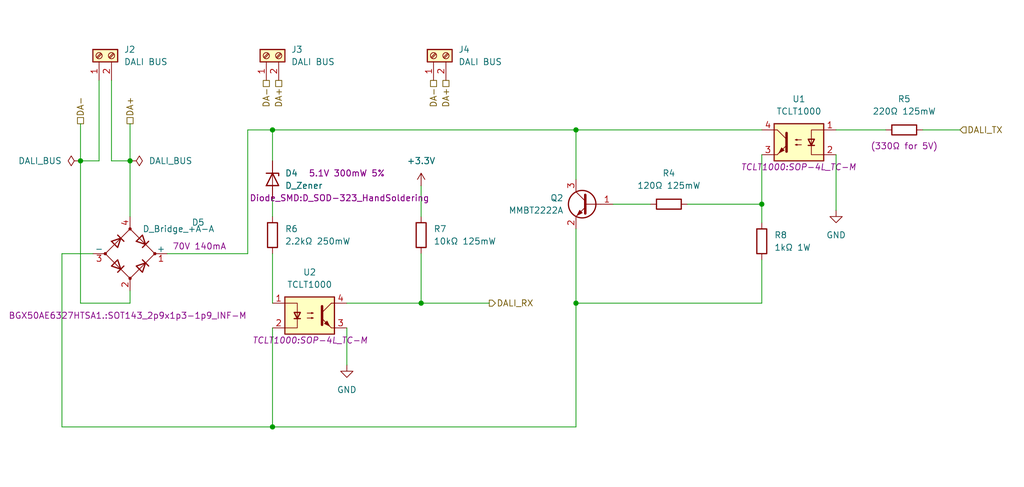
<source format=kicad_sch>
(kicad_sch (version 20250114) (generator "eeschema") (generator_version "9.0")
  (paper "User" 210 100)
  (lib_symbols
    (symbol "Connector:Screw_Terminal_01x02" (pin_names (offset 1.016) (hide yes))
      (property "Reference" "J" (at 0 2.54 0))
      (property "Value" "Screw_Terminal_01x02" (at 0 -5.08 0))
      (symbol "Screw_Terminal_01x02_1_1"
        (rectangle (start -1.27 1.27) (end 1.27 -3.81) (stroke (width 0.254)) (fill (type background)))
        (polyline (pts (xy -0.5334 0.3302) (xy 0.3302 -0.508)) (stroke (width 0.1524)))
        (polyline (pts (xy -0.5334 -2.2098) (xy 0.3302 -3.048)) (stroke (width 0.1524)))
        (polyline (pts (xy -0.3556 0.508) (xy 0.508 -0.3302)) (stroke (width 0.1524)))
        (polyline (pts (xy -0.3556 -2.032) (xy 0.508 -2.8702)) (stroke (width 0.1524)))
        (circle (center 0 0) (radius 0.635) (stroke (width 0.1524)))
        (circle (center 0 -2.54) (radius 0.635) (stroke (width 0.1524)))
        (pin passive line (at -5.08 0 0) (length 3.81) (name "Pin_1") (number "1"))
        (pin passive line (at -5.08 -2.54 0) (length 3.81) (name "Pin_2") (number "2"))
      )
    )
    (symbol "Device:D_Bridge_+A-A" (pin_names (offset 0))
      (property "Reference" "D" (at 2.54 6.985 0))
      (property "Value" "D_Bridge_+A-A" (at 2.54 5.08 0))
      (symbol "D_Bridge_+A-A_0_1"
        (circle (center -5.08 0) (radius 0.254) (fill (type outline)))
        (polyline (pts (xy -5.08 0) (xy 0 -5.08) (xy 5.08 0) (xy 0 5.08) (xy -5.08 0)))
        (polyline (pts (xy -3.81 2.54) (xy -2.54 1.27) (xy -1.905 3.175) (xy -3.81 2.54)) (stroke (width 0.254)))
        (polyline (pts (xy -2.54 3.81) (xy -1.27 2.54)) (stroke (width 0.254)))
        (polyline (pts (xy -2.54 -1.27) (xy -3.81 -2.54) (xy -1.905 -3.175) (xy -2.54 -1.27)) (stroke (width 0.254)))
        (polyline (pts (xy -1.27 -2.54) (xy -2.54 -3.81)) (stroke (width 0.254)))
        (circle (center 0 5.08) (radius 0.254) (fill (type outline)))
        (circle (center 0 -5.08) (radius 0.254) (fill (type outline)))
        (polyline (pts (xy 1.27 2.54) (xy 2.54 3.81) (xy 3.175 1.905) (xy 1.27 2.54)) (stroke (width 0.254)))
        (polyline (pts (xy 2.54 1.27) (xy 3.81 2.54)) (stroke (width 0.254)))
        (polyline (pts (xy 2.54 -1.27) (xy 3.81 -2.54)) (stroke (width 0.254)))
        (polyline (pts (xy 3.175 -1.905) (xy 1.27 -2.54) (xy 2.54 -3.81) (xy 3.175 -1.905)) (stroke (width 0.254)))
        (circle (center 5.08 0) (radius 0.254) (fill (type outline)))
      )
      (symbol "D_Bridge_+A-A_1_1"
        (pin passive line (at -7.62 0 0) (length 2.54) (name "-") (number "3"))
        (pin passive line (at 0 7.62 270) (length 2.54) (name "~") (number "4"))
        (pin passive line (at 0 -7.62 90) (length 2.54) (name "~") (number "2"))
        (pin passive line (at 7.62 0 180) (length 2.54) (name "+") (number "1"))
      )
    )
    (symbol "Device:D_Zener" (pin_numbers (hide yes)) (pin_names (offset 1.016) (hide yes))
      (property "Reference" "D" (at 0 2.54 0))
      (property "Value" "D_Zener" (at 0 -2.54 0))
      (symbol "D_Zener_0_1"
        (polyline (pts (xy -1.27 -1.27) (xy -1.27 1.27) (xy -0.762 1.27)) (stroke (width 0.254)))
        (polyline (pts (xy 1.27 0) (xy -1.27 0)))
        (polyline (pts (xy 1.27 -1.27) (xy 1.27 1.27) (xy -1.27 0) (xy 1.27 -1.27)) (stroke (width 0.254)))
      )
      (symbol "D_Zener_1_1"
        (pin passive line (at -3.81 0 0) (length 2.54) (name "K") (number "1"))
        (pin passive line (at 3.81 0 180) (length 2.54) (name "A") (number "2"))
      )
    )
    (symbol "Device:R" (pin_numbers (hide yes)) (pin_names (offset 0))
      (property "Reference" "R" (at 2.032 0 90))
      (property "Value" "R" (at 0 0 90))
      (symbol "R_0_1"
        (rectangle (start -1.016 -2.54) (end 1.016 2.54) (stroke (width 0.254)))
      )
      (symbol "R_1_1"
        (pin passive line (at 0 3.81 270) (length 1.27) (name "~") (number "1"))
        (pin passive line (at 0 -3.81 90) (length 1.27) (name "~") (number "2"))
      )
    )
    (symbol "Isolator:FODM217D"
      (property "Reference" "U" (at -5.08 5.08 0))
      (property "Value" "FODM217D" (at 0 5.08 0))
      (symbol "FODM217D_0_1"
        (rectangle (start -5.08 3.81) (end 5.08 -3.81) (stroke (width 0.254)) (fill (type background)))
        (polyline (pts (xy -5.08 2.54) (xy -2.54 2.54) (xy -2.54 -0.635)))
        (polyline (pts (xy -3.175 -0.635) (xy -1.905 -0.635)) (stroke (width 0.254)))
        (polyline (pts (xy -2.54 -0.635) (xy -2.54 -2.54) (xy -5.08 -2.54)))
        (polyline (pts (xy -2.54 -0.635) (xy -3.175 0.635) (xy -1.905 0.635) (xy -2.54 -0.635)) (stroke (width 0.254)))
        (polyline (pts (xy -0.508 0.508) (xy 0.762 0.508) (xy 0.381 0.381) (xy 0.381 0.635) (xy 0.762 0.508)))
        (polyline (pts (xy -0.508 -0.508) (xy 0.762 -0.508) (xy 0.381 -0.635) (xy 0.381 -0.381) (xy 0.762 -0.508)))
        (polyline (pts (xy 2.54 1.905) (xy 2.54 -1.905) (xy 2.54 -1.905)) (stroke (width 0.508)))
        (polyline (pts (xy 2.54 0.635) (xy 4.445 2.54)))
        (polyline (pts (xy 3.048 -1.651) (xy 3.556 -1.143) (xy 4.064 -2.159) (xy 3.048 -1.651) (xy 3.048 -1.651)) (fill (type outline)))
        (polyline (pts (xy 4.445 2.54) (xy 5.08 2.54)))
        (polyline (pts (xy 4.445 -2.54) (xy 2.54 -0.635)) (fill (type outline)))
        (polyline (pts (xy 4.445 -2.54) (xy 5.08 -2.54)))
      )
      (symbol "FODM217D_1_1"
        (pin passive line (at -7.62 2.54 0) (length 2.54) (name "~") (number "1"))
        (pin passive line (at -7.62 -2.54 0) (length 2.54) (name "~") (number "2"))
        (pin passive line (at 7.62 2.54 180) (length 2.54) (name "~") (number "4"))
        (pin passive line (at 7.62 -2.54 180) (length 2.54) (name "~") (number "3"))
      )
    )
    (symbol "Transistor_BJT:MMBT2222A" (pin_names (offset 0) (hide yes))
      (property "Reference" "Q" (at 5.08 1.905 0))
      (property "Value" "MMBT2222A" (at 5.08 0 0))
      (symbol "MMBT2222A_0_1"
        (polyline (pts (xy -2.54 0) (xy 0.635 0)))
        (polyline (pts (xy 0.635 1.905) (xy 0.635 -1.905)) (stroke (width 0.508)))
        (circle (center 1.27 0) (radius 2.8194) (stroke (width 0.254)))
      )
      (symbol "MMBT2222A_1_1"
        (polyline (pts (xy 0.635 0.635) (xy 2.54 2.54)))
        (polyline (pts (xy 0.635 -0.635) (xy 2.54 -2.54)))
        (polyline (pts (xy 1.27 -1.778) (xy 1.778 -1.27) (xy 2.286 -2.286) (xy 1.27 -1.778)) (fill (type outline)))
        (pin input line (at -5.08 0 0) (length 2.54) (name "B") (number "1"))
        (pin passive line (at 2.54 5.08 270) (length 2.54) (name "C") (number "3"))
        (pin passive line (at 2.54 -5.08 90) (length 2.54) (name "E") (number "2"))
      )
    )
    (symbol "power:+5V" (power) (pin_numbers (hide yes)) (pin_names (offset 0) (hide yes))
      (property "Value" "+5V" (at 0 3.556 0))
      (symbol "+5V_0_1"
        (polyline (pts (xy -0.762 1.27) (xy 0 2.54)))
        (polyline (pts (xy 0 2.54) (xy 0.762 1.27)))
        (polyline (pts (xy 0 0) (xy 0 2.54)))
      )
      (symbol "+5V_1_1"
        (pin power_in line (at 0 0 90) (length 0) (name "~") (number "1"))
      )
    )
    (symbol "power:GND" (power) (pin_numbers (hide yes)) (pin_names (offset 0) (hide yes))
      (property "Value" "GND" (at 0 -3.81 0))
      (symbol "GND_0_1"
        (polyline (pts (xy 0 0) (xy 0 -1.27) (xy 1.27 -1.27) (xy 0 -2.54) (xy -1.27 -1.27) (xy 0 -1.27)))
      )
      (symbol "GND_1_1"
        (pin power_in line (at 0 0 270) (length 0) (name "~") (number "1"))
      )
    )
    (symbol "power:PWR_FLAG" (power) (pin_numbers (hide yes)) (pin_names (offset 0) (hide yes))
      (property "Value" "PWR_FLAG" (at 0 3.81 0))
      (symbol "PWR_FLAG_0_0"
        (pin power_out line (at 0 0 90) (length 0) (name "~") (number "1"))
      )
      (symbol "PWR_FLAG_0_1"
        (polyline (pts (xy 0 0) (xy 0 1.27) (xy -1.016 1.905) (xy 0 2.54) (xy 1.016 1.905) (xy 0 1.27)))
      )
    )
  )
  (junction (at 86.36 62.23))
  (junction (at 55.88 87.63))
  (junction (at 118.11 26.67))
  (junction (at 16.51 33.02))
  (junction (at 118.11 62.23))
  (junction (at 156.21 41.91))
  (junction (at 55.88 26.67))
  (junction (at 26.67 33.02))
  (wire (pts (xy 22.86 33.02) (xy 26.67 33.02)))
  (wire (pts (xy 55.88 26.67) (xy 118.11 26.67)))
  (wire (pts (xy 34.29 52.07) (xy 50.8 52.07)))
  (wire (pts (xy 26.67 59.69) (xy 26.67 62.23)))
  (wire (pts (xy 156.21 31.75) (xy 156.21 41.91)))
  (wire (pts (xy 50.8 52.07) (xy 50.8 26.67)))
  (wire (pts (xy 12.7 52.07) (xy 19.05 52.07)))
  (wire (pts (xy 71.12 62.23) (xy 86.36 62.23)))
  (wire (pts (xy 16.51 25.4) (xy 16.51 33.02)))
  (wire (pts (xy 156.21 53.34) (xy 156.21 62.23)))
  (wire (pts (xy 156.21 41.91) (xy 156.21 45.72)))
  (wire (pts (xy 125.73 41.91) (xy 133.35 41.91)))
  (wire (pts (xy 16.51 33.02) (xy 16.51 62.23)))
  (wire (pts (xy 171.45 26.67) (xy 181.61 26.67)))
  (wire (pts (xy 16.51 33.02) (xy 20.32 33.02)))
  (wire (pts (xy 55.88 26.67) (xy 55.88 33.02)))
  (wire (pts (xy 55.88 52.07) (xy 55.88 62.23)))
  (wire (pts (xy 156.21 26.67) (xy 118.11 26.67)))
  (wire (pts (xy 26.67 25.4) (xy 26.67 33.02)))
  (wire (pts (xy 55.88 87.63) (xy 118.11 87.63)))
  (wire (pts (xy 20.32 16.51) (xy 20.32 33.02)))
  (wire (pts (xy 118.11 62.23) (xy 118.11 87.63)))
  (wire (pts (xy 140.97 41.91) (xy 156.21 41.91)))
  (wire (pts (xy 12.7 87.63) (xy 55.88 87.63)))
  (wire (pts (xy 118.11 62.23) (xy 156.21 62.23)))
  (wire (pts (xy 26.67 33.02) (xy 26.67 44.45)))
  (wire (pts (xy 118.11 26.67) (xy 118.11 36.83)))
  (wire (pts (xy 118.11 46.99) (xy 118.11 62.23)))
  (wire (pts (xy 55.88 40.64) (xy 55.88 44.45)))
  (wire (pts (xy 86.36 62.23) (xy 100.33 62.23)))
  (wire (pts (xy 16.51 62.23) (xy 26.67 62.23)))
  (wire (pts (xy 86.36 38.1) (xy 86.36 44.45)))
  (wire (pts (xy 189.23 26.67) (xy 196.85 26.67)))
  (wire (pts (xy 171.45 31.75) (xy 171.45 43.18)))
  (wire (pts (xy 22.86 16.51) (xy 22.86 33.02)))
  (wire (pts (xy 71.12 67.31) (xy 71.12 74.93)))
  (wire (pts (xy 50.8 26.67) (xy 55.88 26.67)))
  (wire (pts (xy 55.88 67.31) (xy 55.88 87.63)))
  (wire (pts (xy 86.36 52.07) (xy 86.36 62.23)))
  (wire (pts (xy 12.7 52.07) (xy 12.7 87.63)))
  (hierarchical_label "DA-" (shape passive) (at 54.61 16.51 270))
  (hierarchical_label "DA-" (shape passive) (at 16.51 25.4 90))
  (hierarchical_label "DA-" (shape passive) (at 88.9 16.51 270))
  (hierarchical_label "DALI_TX" (shape input) (at 196.85 26.67 0))
  (hierarchical_label "DA+" (shape passive) (at 57.15 16.51 270))
  (hierarchical_label "DA+" (shape passive) (at 91.44 16.51 270))
  (hierarchical_label "DA+" (shape passive) (at 26.67 25.4 90))
  (hierarchical_label "DALI_RX" (shape output) (at 100.33 62.23 0))
  (symbol (lib_id "Connector:Screw_Terminal_01x02") (at 20.32 11.43 90) (unit 1)
    (property "Reference" "J2" (at 25.4 10.1599 90) (effects (justify right)))
    (property "Value" "DALI BUS" (at 25.4 12.6999 90) (effects (justify right)))
    (property "Footprint" "TerminalBlock:TerminalBlock_bornier-2_P5.08mm" (effects (hide yes)))
    (property "Description" "Generic screw terminal, single row, 01x02, script generated (kicad-library-utils/schlib/autogen/connector/)" (effects (hide yes)))
  )
  (symbol (lib_id "Device:R") (at 156.21 49.53 0) (unit 1)
    (property "Reference" "R8" (at 158.75 48.2599 0) (effects (justify left)))
    (property "Value" "1kΩ 1W" (at 158.75 50.7999 0) (effects (justify left)))
    (property "Footprint" "Resistor_SMD:R_0805_2012Metric_Pad1.20x1.40mm_HandSolder" (effects (hide yes)))
    (property "Description" "Resistor" (effects (hide yes)))
  )
  (symbol (lib_id "power:GND") (at 171.45 43.18 0) (unit 1)
    (property "Reference" "#PWR03" (effects (hide yes)))
    (property "Value" "GND" (at 171.45 48.26 0))
    (property "Description" "Power symbol creates a global label with name \"GND\" , ground" (effects (hide yes)))
  )
  (symbol (lib_id "power:GND") (at 71.12 74.93 0) (unit 1)
    (property "Reference" "#PWR01" (effects (hide yes)))
    (property "Value" "GND" (at 71.12 80.01 0))
    (property "Description" "Power symbol creates a global label with name \"GND\" , ground" (effects (hide yes)))
  )
  (symbol (lib_id "Device:R") (at 86.36 48.26 0) (unit 1)
    (property "Reference" "R7" (at 88.9 46.9899 0) (effects (justify left)))
    (property "Value" "10kΩ 125mW" (at 88.9 49.5299 0) (effects (justify left)))
    (property "Footprint" "Resistor_SMD:R_0805_2012Metric_Pad1.20x1.40mm_HandSolder" (effects (hide yes)))
    (property "Description" "Resistor" (effects (hide yes)))
  )
  (symbol (lib_id "Connector:Screw_Terminal_01x02") (at 88.9 11.43 90) (unit 1)
    (property "Reference" "J4" (at 93.98 10.1599 90) (effects (justify right)))
    (property "Value" "DALI BUS" (at 93.98 12.6999 90) (effects (justify right)))
    (property "Footprint" "TerminalBlock:TerminalBlock_bornier-2_P5.08mm" (effects (hide yes)))
    (property "Description" "Generic screw terminal, single row, 01x02, script generated (kicad-library-utils/schlib/autogen/connector/)" (effects (hide yes)))
  )
  (symbol (lib_id "Device:D_Bridge_+A-A") (at 26.67 52.07 0) (unit 1)
    (property "Reference" "D5" (at 40.64 45.6498 0))
    (property "Value" "D_Bridge_+A-A" (at 29.21 46.99 0) (effects (justify left)))
    (property "Footprint" "BGX50AE6327HTSA1.:SOT143_2p9x1p3-1p9_INF-M" (at 26.162 64.77 0))
    (property "Description" "Diode bridge, +ve/AC/-ve/AC" (effects (hide yes)))
    (property "Note" "70V 140mA" (at 40.894 50.546 0))
  )
  (symbol (lib_id "Isolator:FODM217D") (at 163.83 29.21 0) (mirror y) (unit 1)
    (property "Reference" "U1" (at 163.83 20.32 0))
    (property "Value" "TCLT1000" (at 163.83 22.86 0))
    (property "Footprint" "TCLT1000:SOP-4L_TC-M" (at 163.83 34.29 0) (effects (font (italic yes))))
    (property "Datasheet" "https://www.vishay.com/docs/83515/tclt1000.pdf" (effects (hide yes)))
    (property "Description" "Optocoupler" (effects (hide yes)))
  )
  (symbol (lib_id "power:PWR_FLAG") (at 16.51 33.02 90) (unit 1)
    (property "Reference" "#FLG01" (effects (hide yes)))
    (property "Value" "DALI_BUS" (at 12.7 33.0199 90) (effects (justify left)))
    (property "Description" "Special symbol for telling ERC where power comes from" (effects (hide yes)))
  )
  (symbol (lib_id "Isolator:FODM217D") (at 63.5 64.77 0) (unit 1)
    (property "Reference" "U2" (at 63.5 55.88 0))
    (property "Value" "TCLT1000" (at 63.5 58.42 0))
    (property "Footprint" "TCLT1000:SOP-4L_TC-M" (at 63.5 69.85 0) (effects (font (italic yes))))
    (property "Datasheet" "https://www.vishay.com/docs/83515/tclt1000.pdf" (effects (hide yes)))
    (property "Description" "Optocoupler" (effects (hide yes)))
  )
  (symbol (lib_id "power:+5V") (at 86.36 38.1 0) (unit 1)
    (property "Reference" "#PWR02" (effects (hide yes)))
    (property "Value" "+3.3V" (at 86.36 33.02 0))
    (property "Description" "Power symbol creates a global label with name \"+3.3V\"" (effects (hide yes)))
  )
  (symbol (lib_id "Device:R") (at 55.88 48.26 0) (unit 1)
    (property "Reference" "R6" (at 58.42 46.9899 0) (effects (justify left)))
    (property "Value" "2.2kΩ 250mW" (at 58.42 49.5299 0) (effects (justify left)))
    (property "Footprint" "Resistor_SMD:R_0805_2012Metric_Pad1.20x1.40mm_HandSolder" (effects (hide yes)))
    (property "Description" "Resistor" (effects (hide yes)))
  )
  (symbol (lib_id "Connector:Screw_Terminal_01x02") (at 54.61 11.43 90) (unit 1)
    (property "Reference" "J3" (at 59.69 10.1599 90) (effects (justify right)))
    (property "Value" "DALI BUS" (at 59.69 12.6999 90) (effects (justify right)))
    (property "Footprint" "TerminalBlock:TerminalBlock_bornier-2_P5.08mm" (effects (hide yes)))
    (property "Description" "Generic screw terminal, single row, 01x02, script generated (kicad-library-utils/schlib/autogen/connector/)" (effects (hide yes)))
  )
  (symbol (lib_id "Transistor_BJT:MMBT2222A") (at 120.65 41.91 0) (mirror y) (unit 1)
    (property "Reference" "Q2" (at 115.57 40.6399 0) (effects (justify left)))
    (property "Value" "MMBT2222A" (at 115.57 43.1799 0) (effects (justify left)))
    (property "Footprint" "Package_TO_SOT_SMD:SOT-23" (effects (hide yes)))
    (property "Datasheet" "https://assets.nexperia.com/documents/data-sheet/MMBT2222A.pdf" (effects (hide yes)))
    (property "Description" "600mA Ic, 40V Vce, NPN Transistor, SOT-23" (effects (hide yes)))
  )
  (symbol (lib_id "power:PWR_FLAG") (at 26.67 33.02 270) (unit 1)
    (property "Reference" "#FLG02" (effects (hide yes)))
    (property "Value" "DALI_BUS" (at 30.48 33.0199 90) (effects (justify left)))
    (property "Description" "Special symbol for telling ERC where power comes from" (effects (hide yes)))
  )
  (symbol (lib_id "Device:D_Zener") (at 55.88 36.83 270) (unit 1)
    (property "Reference" "D4" (at 58.42 35.5599 90) (effects (justify left)))
    (property "Value" "D_Zener" (at 58.42 38.0999 90) (effects (justify left)))
    (property "Footprint" "Diode_SMD:D_SOD-323_HandSoldering" (at 69.596 40.64 90))
    (property "Description" "Zener diode" (effects (hide yes)))
    (property "Note" "5.1V 300mW 5%" (at 71.12 35.56 90))
  )
  (symbol (lib_id "Device:R") (at 137.16 41.91 90) (unit 1)
    (property "Reference" "R4" (at 137.16 35.56 90))
    (property "Value" "120Ω 125mW" (at 137.16 38.1 90))
    (property "Footprint" "Resistor_SMD:R_0805_2012Metric_Pad1.20x1.40mm_HandSolder" (effects (hide yes)))
    (property "Description" "Resistor" (effects (hide yes)))
  )
  (symbol (lib_id "Device:R") (at 185.42 26.67 90) (unit 1)
    (property "Reference" "R5" (at 185.42 20.32 90))
    (property "Value" "220Ω 125mW" (at 185.42 22.86 90))
    (property "Footprint" "Resistor_SMD:R_0805_2012Metric_Pad1.20x1.40mm_HandSolder" (effects (hide yes)))
    (property "Description" "Resistor" (effects (hide yes)))
    (property "Note" "(330Ω for 5V)" (at 185.42 29.972 90))
  )
)
</source>
